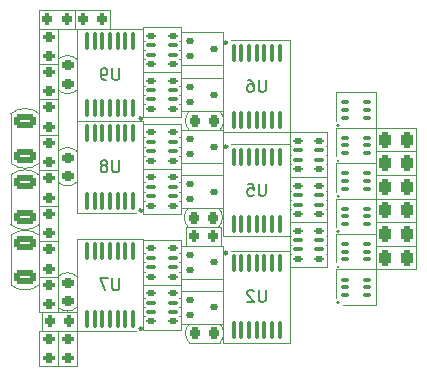
<source format=gbo>
G04 #@! TF.GenerationSoftware,KiCad,Pcbnew,7.0.9-69-ge1c0bddff3*
G04 #@! TF.CreationDate,2024-02-19T10:17:23+01:00*
G04 #@! TF.ProjectId,ASP_Display,4153505f-4469-4737-906c-61792e6b6963,rev?*
G04 #@! TF.SameCoordinates,Original*
G04 #@! TF.FileFunction,Legend,Bot*
G04 #@! TF.FilePolarity,Positive*
%FSLAX46Y46*%
G04 Gerber Fmt 4.6, Leading zero omitted, Abs format (unit mm)*
G04 Created by KiCad (PCBNEW 7.0.9-69-ge1c0bddff3) date 2024-02-19 10:17:23*
%MOMM*%
%LPD*%
G01*
G04 APERTURE LIST*
G04 Aperture macros list*
%AMRoundRect*
0 Rectangle with rounded corners*
0 $1 Rounding radius*
0 $2 $3 $4 $5 $6 $7 $8 $9 X,Y pos of 4 corners*
0 Add a 4 corners polygon primitive as box body*
4,1,4,$2,$3,$4,$5,$6,$7,$8,$9,$2,$3,0*
0 Add four circle primitives for the rounded corners*
1,1,$1+$1,$2,$3*
1,1,$1+$1,$4,$5*
1,1,$1+$1,$6,$7*
1,1,$1+$1,$8,$9*
0 Add four rect primitives between the rounded corners*
20,1,$1+$1,$2,$3,$4,$5,0*
20,1,$1+$1,$4,$5,$6,$7,0*
20,1,$1+$1,$6,$7,$8,$9,0*
20,1,$1+$1,$8,$9,$2,$3,0*%
G04 Aperture macros list end*
%ADD10C,0.150000*%
%ADD11C,0.120000*%
%ADD12C,0.200000*%
%ADD13C,0.300000*%
%ADD14C,5.600000*%
%ADD15R,1.400000X1.400000*%
%ADD16C,1.400000*%
%ADD17R,1.700000X1.700000*%
%ADD18O,1.700000X1.700000*%
%ADD19RoundRect,0.200000X-0.275000X0.200000X-0.275000X-0.200000X0.275000X-0.200000X0.275000X0.200000X0*%
%ADD20RoundRect,0.250000X0.262500X0.450000X-0.262500X0.450000X-0.262500X-0.450000X0.262500X-0.450000X0*%
%ADD21RoundRect,0.225000X0.225000X0.250000X-0.225000X0.250000X-0.225000X-0.250000X0.225000X-0.250000X0*%
%ADD22RoundRect,0.100000X-0.225000X-0.100000X0.225000X-0.100000X0.225000X0.100000X-0.225000X0.100000X0*%
%ADD23RoundRect,0.200000X0.200000X0.275000X-0.200000X0.275000X-0.200000X-0.275000X0.200000X-0.275000X0*%
%ADD24RoundRect,0.100000X0.100000X-0.637500X0.100000X0.637500X-0.100000X0.637500X-0.100000X-0.637500X0*%
%ADD25RoundRect,0.125000X-0.275000X-0.125000X0.275000X-0.125000X0.275000X0.125000X-0.275000X0.125000X0*%
%ADD26RoundRect,0.100000X-0.300000X-0.100000X0.300000X-0.100000X0.300000X0.100000X-0.300000X0.100000X0*%
%ADD27RoundRect,0.100000X-0.100000X0.637500X-0.100000X-0.637500X0.100000X-0.637500X0.100000X0.637500X0*%
%ADD28RoundRect,0.250000X-0.650000X0.325000X-0.650000X-0.325000X0.650000X-0.325000X0.650000X0.325000X0*%
%ADD29RoundRect,0.112500X0.237500X-0.112500X0.237500X0.112500X-0.237500X0.112500X-0.237500X-0.112500X0*%
%ADD30RoundRect,0.225000X-0.250000X0.225000X-0.250000X-0.225000X0.250000X-0.225000X0.250000X0.225000X0*%
%ADD31RoundRect,0.200000X-0.200000X-0.275000X0.200000X-0.275000X0.200000X0.275000X-0.200000X0.275000X0*%
%ADD32RoundRect,0.250000X0.650000X-0.325000X0.650000X0.325000X-0.650000X0.325000X-0.650000X-0.325000X0*%
%ADD33RoundRect,0.225000X0.250000X-0.225000X0.250000X0.225000X-0.250000X0.225000X-0.250000X-0.225000X0*%
G04 APERTURE END LIST*
D10*
X234761904Y-108754819D02*
X234761904Y-109564342D01*
X234761904Y-109564342D02*
X234714285Y-109659580D01*
X234714285Y-109659580D02*
X234666666Y-109707200D01*
X234666666Y-109707200D02*
X234571428Y-109754819D01*
X234571428Y-109754819D02*
X234380952Y-109754819D01*
X234380952Y-109754819D02*
X234285714Y-109707200D01*
X234285714Y-109707200D02*
X234238095Y-109659580D01*
X234238095Y-109659580D02*
X234190476Y-109564342D01*
X234190476Y-109564342D02*
X234190476Y-108754819D01*
X233809523Y-108754819D02*
X233142857Y-108754819D01*
X233142857Y-108754819D02*
X233571428Y-109754819D01*
X247161904Y-100754819D02*
X247161904Y-101564342D01*
X247161904Y-101564342D02*
X247114285Y-101659580D01*
X247114285Y-101659580D02*
X247066666Y-101707200D01*
X247066666Y-101707200D02*
X246971428Y-101754819D01*
X246971428Y-101754819D02*
X246780952Y-101754819D01*
X246780952Y-101754819D02*
X246685714Y-101707200D01*
X246685714Y-101707200D02*
X246638095Y-101659580D01*
X246638095Y-101659580D02*
X246590476Y-101564342D01*
X246590476Y-101564342D02*
X246590476Y-100754819D01*
X245638095Y-100754819D02*
X246114285Y-100754819D01*
X246114285Y-100754819D02*
X246161904Y-101231009D01*
X246161904Y-101231009D02*
X246114285Y-101183390D01*
X246114285Y-101183390D02*
X246019047Y-101135771D01*
X246019047Y-101135771D02*
X245780952Y-101135771D01*
X245780952Y-101135771D02*
X245685714Y-101183390D01*
X245685714Y-101183390D02*
X245638095Y-101231009D01*
X245638095Y-101231009D02*
X245590476Y-101326247D01*
X245590476Y-101326247D02*
X245590476Y-101564342D01*
X245590476Y-101564342D02*
X245638095Y-101659580D01*
X245638095Y-101659580D02*
X245685714Y-101707200D01*
X245685714Y-101707200D02*
X245780952Y-101754819D01*
X245780952Y-101754819D02*
X246019047Y-101754819D01*
X246019047Y-101754819D02*
X246114285Y-101707200D01*
X246114285Y-101707200D02*
X246161904Y-101659580D01*
X234761904Y-98754819D02*
X234761904Y-99564342D01*
X234761904Y-99564342D02*
X234714285Y-99659580D01*
X234714285Y-99659580D02*
X234666666Y-99707200D01*
X234666666Y-99707200D02*
X234571428Y-99754819D01*
X234571428Y-99754819D02*
X234380952Y-99754819D01*
X234380952Y-99754819D02*
X234285714Y-99707200D01*
X234285714Y-99707200D02*
X234238095Y-99659580D01*
X234238095Y-99659580D02*
X234190476Y-99564342D01*
X234190476Y-99564342D02*
X234190476Y-98754819D01*
X233571428Y-99183390D02*
X233666666Y-99135771D01*
X233666666Y-99135771D02*
X233714285Y-99088152D01*
X233714285Y-99088152D02*
X233761904Y-98992914D01*
X233761904Y-98992914D02*
X233761904Y-98945295D01*
X233761904Y-98945295D02*
X233714285Y-98850057D01*
X233714285Y-98850057D02*
X233666666Y-98802438D01*
X233666666Y-98802438D02*
X233571428Y-98754819D01*
X233571428Y-98754819D02*
X233380952Y-98754819D01*
X233380952Y-98754819D02*
X233285714Y-98802438D01*
X233285714Y-98802438D02*
X233238095Y-98850057D01*
X233238095Y-98850057D02*
X233190476Y-98945295D01*
X233190476Y-98945295D02*
X233190476Y-98992914D01*
X233190476Y-98992914D02*
X233238095Y-99088152D01*
X233238095Y-99088152D02*
X233285714Y-99135771D01*
X233285714Y-99135771D02*
X233380952Y-99183390D01*
X233380952Y-99183390D02*
X233571428Y-99183390D01*
X233571428Y-99183390D02*
X233666666Y-99231009D01*
X233666666Y-99231009D02*
X233714285Y-99278628D01*
X233714285Y-99278628D02*
X233761904Y-99373866D01*
X233761904Y-99373866D02*
X233761904Y-99564342D01*
X233761904Y-99564342D02*
X233714285Y-99659580D01*
X233714285Y-99659580D02*
X233666666Y-99707200D01*
X233666666Y-99707200D02*
X233571428Y-99754819D01*
X233571428Y-99754819D02*
X233380952Y-99754819D01*
X233380952Y-99754819D02*
X233285714Y-99707200D01*
X233285714Y-99707200D02*
X233238095Y-99659580D01*
X233238095Y-99659580D02*
X233190476Y-99564342D01*
X233190476Y-99564342D02*
X233190476Y-99373866D01*
X233190476Y-99373866D02*
X233238095Y-99278628D01*
X233238095Y-99278628D02*
X233285714Y-99231009D01*
X233285714Y-99231009D02*
X233380952Y-99183390D01*
X247161904Y-91954819D02*
X247161904Y-92764342D01*
X247161904Y-92764342D02*
X247114285Y-92859580D01*
X247114285Y-92859580D02*
X247066666Y-92907200D01*
X247066666Y-92907200D02*
X246971428Y-92954819D01*
X246971428Y-92954819D02*
X246780952Y-92954819D01*
X246780952Y-92954819D02*
X246685714Y-92907200D01*
X246685714Y-92907200D02*
X246638095Y-92859580D01*
X246638095Y-92859580D02*
X246590476Y-92764342D01*
X246590476Y-92764342D02*
X246590476Y-91954819D01*
X245685714Y-91954819D02*
X245876190Y-91954819D01*
X245876190Y-91954819D02*
X245971428Y-92002438D01*
X245971428Y-92002438D02*
X246019047Y-92050057D01*
X246019047Y-92050057D02*
X246114285Y-92192914D01*
X246114285Y-92192914D02*
X246161904Y-92383390D01*
X246161904Y-92383390D02*
X246161904Y-92764342D01*
X246161904Y-92764342D02*
X246114285Y-92859580D01*
X246114285Y-92859580D02*
X246066666Y-92907200D01*
X246066666Y-92907200D02*
X245971428Y-92954819D01*
X245971428Y-92954819D02*
X245780952Y-92954819D01*
X245780952Y-92954819D02*
X245685714Y-92907200D01*
X245685714Y-92907200D02*
X245638095Y-92859580D01*
X245638095Y-92859580D02*
X245590476Y-92764342D01*
X245590476Y-92764342D02*
X245590476Y-92526247D01*
X245590476Y-92526247D02*
X245638095Y-92431009D01*
X245638095Y-92431009D02*
X245685714Y-92383390D01*
X245685714Y-92383390D02*
X245780952Y-92335771D01*
X245780952Y-92335771D02*
X245971428Y-92335771D01*
X245971428Y-92335771D02*
X246066666Y-92383390D01*
X246066666Y-92383390D02*
X246114285Y-92431009D01*
X246114285Y-92431009D02*
X246161904Y-92526247D01*
X247161904Y-109754819D02*
X247161904Y-110564342D01*
X247161904Y-110564342D02*
X247114285Y-110659580D01*
X247114285Y-110659580D02*
X247066666Y-110707200D01*
X247066666Y-110707200D02*
X246971428Y-110754819D01*
X246971428Y-110754819D02*
X246780952Y-110754819D01*
X246780952Y-110754819D02*
X246685714Y-110707200D01*
X246685714Y-110707200D02*
X246638095Y-110659580D01*
X246638095Y-110659580D02*
X246590476Y-110564342D01*
X246590476Y-110564342D02*
X246590476Y-109754819D01*
X246161904Y-109850057D02*
X246114285Y-109802438D01*
X246114285Y-109802438D02*
X246019047Y-109754819D01*
X246019047Y-109754819D02*
X245780952Y-109754819D01*
X245780952Y-109754819D02*
X245685714Y-109802438D01*
X245685714Y-109802438D02*
X245638095Y-109850057D01*
X245638095Y-109850057D02*
X245590476Y-109945295D01*
X245590476Y-109945295D02*
X245590476Y-110040533D01*
X245590476Y-110040533D02*
X245638095Y-110183390D01*
X245638095Y-110183390D02*
X246209523Y-110754819D01*
X246209523Y-110754819D02*
X245590476Y-110754819D01*
X234761904Y-90954819D02*
X234761904Y-91764342D01*
X234761904Y-91764342D02*
X234714285Y-91859580D01*
X234714285Y-91859580D02*
X234666666Y-91907200D01*
X234666666Y-91907200D02*
X234571428Y-91954819D01*
X234571428Y-91954819D02*
X234380952Y-91954819D01*
X234380952Y-91954819D02*
X234285714Y-91907200D01*
X234285714Y-91907200D02*
X234238095Y-91859580D01*
X234238095Y-91859580D02*
X234190476Y-91764342D01*
X234190476Y-91764342D02*
X234190476Y-90954819D01*
X233666666Y-91954819D02*
X233476190Y-91954819D01*
X233476190Y-91954819D02*
X233380952Y-91907200D01*
X233380952Y-91907200D02*
X233333333Y-91859580D01*
X233333333Y-91859580D02*
X233238095Y-91716723D01*
X233238095Y-91716723D02*
X233190476Y-91526247D01*
X233190476Y-91526247D02*
X233190476Y-91145295D01*
X233190476Y-91145295D02*
X233238095Y-91050057D01*
X233238095Y-91050057D02*
X233285714Y-91002438D01*
X233285714Y-91002438D02*
X233380952Y-90954819D01*
X233380952Y-90954819D02*
X233571428Y-90954819D01*
X233571428Y-90954819D02*
X233666666Y-91002438D01*
X233666666Y-91002438D02*
X233714285Y-91050057D01*
X233714285Y-91050057D02*
X233761904Y-91145295D01*
X233761904Y-91145295D02*
X233761904Y-91383390D01*
X233761904Y-91383390D02*
X233714285Y-91478628D01*
X233714285Y-91478628D02*
X233666666Y-91526247D01*
X233666666Y-91526247D02*
X233571428Y-91573866D01*
X233571428Y-91573866D02*
X233380952Y-91573866D01*
X233380952Y-91573866D02*
X233285714Y-91526247D01*
X233285714Y-91526247D02*
X233238095Y-91478628D01*
X233238095Y-91478628D02*
X233190476Y-91383390D01*
D11*
G04 #@! TO.C,R21*
X229600000Y-105600000D02*
X228000000Y-105600000D01*
X228000000Y-102600000D02*
X229600000Y-102600000D01*
X228000000Y-105600000D02*
X228000000Y-102600000D01*
X229600000Y-102600000D02*
X229600000Y-105600000D01*
G04 #@! TO.C,R11*
X256500000Y-106000000D02*
X256500000Y-104000000D01*
X256500000Y-104000000D02*
X259900000Y-104000000D01*
X259900000Y-104000000D02*
X259900000Y-106000000D01*
X259900000Y-106000000D02*
X256500000Y-106000000D01*
G04 #@! TO.C,C3*
X243300000Y-114200002D02*
X240700000Y-114200000D01*
X240700000Y-112599998D02*
X243300000Y-112600000D01*
X240700001Y-112599999D02*
G75*
G03*
X240700001Y-114199999I840223J-800000D01*
G01*
X243299999Y-114200001D02*
G75*
G03*
X243299999Y-112600001I-840223J800000D01*
G01*
G04 #@! TO.C,Q7*
X253100000Y-104400000D02*
X253100000Y-102000000D01*
X256500000Y-105000000D02*
X253700000Y-105000000D01*
X253100000Y-102000000D02*
X256500000Y-102000000D01*
X256500000Y-102000000D02*
X256500000Y-105000000D01*
D12*
X253363500Y-104800000D02*
G75*
G03*
X253363500Y-104800000I-63500J0D01*
G01*
D11*
G04 #@! TO.C,R12*
X243400000Y-104400000D02*
X243400000Y-106000000D01*
X240400000Y-106000000D02*
X240400000Y-104400000D01*
X240400000Y-104400000D02*
X243400000Y-104400000D01*
X243400000Y-106000000D02*
X240400000Y-106000000D01*
G04 #@! TO.C,R16*
X229600000Y-116200000D02*
X228000000Y-116200000D01*
X228000000Y-116200000D02*
X228000000Y-113200000D01*
X229600000Y-113200000D02*
X229600000Y-116200000D01*
X228000000Y-113200000D02*
X229600000Y-113200000D01*
G04 #@! TO.C,C8*
X243200000Y-104400002D02*
X240600000Y-104400000D01*
X240600000Y-102799998D02*
X243200000Y-102800000D01*
X243199999Y-104400001D02*
G75*
G03*
X243199999Y-102800001I-840223J800000D01*
G01*
X240600001Y-102799999D02*
G75*
G03*
X240600001Y-104399999I840223J-800000D01*
G01*
G04 #@! TO.C,Q13*
X256500000Y-96000000D02*
X253700000Y-96000000D01*
X253100000Y-95400000D02*
X253100000Y-93000000D01*
X253100000Y-93000000D02*
X256500000Y-93000000D01*
X256500000Y-93000000D02*
X256500000Y-96000000D01*
D12*
X253363500Y-95800000D02*
G75*
G03*
X253363500Y-95800000I-63500J0D01*
G01*
D11*
G04 #@! TO.C,U7*
X236800000Y-105400000D02*
X236800000Y-112600000D01*
X236200000Y-113200000D02*
X231200000Y-113200000D01*
X231200000Y-113200000D02*
X231200000Y-105400000D01*
X231200000Y-105400000D02*
X236800000Y-105400000D01*
D13*
X236663500Y-113000000D02*
G75*
G03*
X236663500Y-113000000I-63500J0D01*
G01*
D11*
G04 #@! TO.C,RN8*
X240000000Y-89400000D02*
X239873000Y-89400000D01*
X240000000Y-91300000D02*
X240000000Y-87500000D01*
X239873000Y-90174700D02*
X239987300Y-90174700D01*
X236927000Y-88625300D02*
X236812700Y-88625300D01*
X240000000Y-87500000D02*
X236800000Y-87500000D01*
X236927000Y-90174700D02*
X236812700Y-90174700D01*
X236800000Y-87500000D02*
X236800000Y-91300000D01*
X236800000Y-91300000D02*
X240000000Y-91300000D01*
X236800000Y-89400000D02*
X236927000Y-89400000D01*
X239873000Y-88625300D02*
X239987300Y-88625300D01*
G04 #@! TO.C,U5*
X249200000Y-97400000D02*
X249200000Y-105200000D01*
X244200000Y-97400000D02*
X249200000Y-97400000D01*
X243600000Y-105200000D02*
X243600000Y-98000000D01*
X249200000Y-105200000D02*
X243600000Y-105200000D01*
D13*
X243863500Y-97600000D02*
G75*
G03*
X243863500Y-97600000I-63500J0D01*
G01*
D11*
G04 #@! TO.C,C6*
X228000000Y-105100000D02*
X228000000Y-109300000D01*
X225600000Y-109300000D02*
X225600000Y-105100000D01*
X225600000Y-109300000D02*
G75*
G03*
X228000000Y-109300000I1200000J1408120D01*
G01*
X228000000Y-105100000D02*
G75*
G03*
X225600000Y-105100000I-1200000J-1474352D01*
G01*
G04 #@! TO.C,RN7*
X240000000Y-99500000D02*
X236800000Y-99500000D01*
X236927000Y-102174700D02*
X236812700Y-102174700D01*
X239873000Y-100625300D02*
X239987300Y-100625300D01*
X240000000Y-101400000D02*
X239873000Y-101400000D01*
X240000000Y-103300000D02*
X240000000Y-99500000D01*
X236800000Y-99500000D02*
X236800000Y-103300000D01*
X236927000Y-100625300D02*
X236812700Y-100625300D01*
X236800000Y-101400000D02*
X236927000Y-101400000D01*
X236800000Y-103300000D02*
X240000000Y-103300000D01*
X239873000Y-102174700D02*
X239987300Y-102174700D01*
G04 #@! TO.C,R19*
X228000000Y-108600000D02*
X229600000Y-108600000D01*
X229600000Y-111600000D02*
X228000000Y-111600000D01*
X229600000Y-108600000D02*
X229600000Y-111600000D01*
X228000000Y-111600000D02*
X228000000Y-108600000D01*
G04 #@! TO.C,R33*
X256500000Y-96000000D02*
X259900000Y-96000000D01*
X256500000Y-98000000D02*
X256500000Y-96000000D01*
X259900000Y-96000000D02*
X259900000Y-98000000D01*
X259900000Y-98000000D02*
X256500000Y-98000000D01*
G04 #@! TO.C,U8*
X231200000Y-103200000D02*
X231200000Y-95400000D01*
X231200000Y-95400000D02*
X236800000Y-95400000D01*
X236800000Y-95400000D02*
X236800000Y-102600000D01*
X236200000Y-103200000D02*
X231200000Y-103200000D01*
D13*
X236663500Y-103000000D02*
G75*
G03*
X236663500Y-103000000I-63500J0D01*
G01*
D11*
G04 #@! TO.C,D9*
X240000000Y-96200000D02*
X243600000Y-96200000D01*
X243600000Y-96200000D02*
X243600000Y-99000000D01*
X243600000Y-99000000D02*
X240000000Y-99000000D01*
X240000000Y-99000000D02*
X240000000Y-96200000D01*
G04 #@! TO.C,RN6*
X236800000Y-95700000D02*
X236800000Y-99500000D01*
X239873000Y-96825300D02*
X239987300Y-96825300D01*
X236800000Y-99500000D02*
X240000000Y-99500000D01*
X236800000Y-97600000D02*
X236927000Y-97600000D01*
X236927000Y-96825300D02*
X236812700Y-96825300D01*
X240000000Y-95700000D02*
X236800000Y-95700000D01*
X240000000Y-99500000D02*
X240000000Y-95700000D01*
X236927000Y-98374700D02*
X236812700Y-98374700D01*
X240000000Y-97600000D02*
X239873000Y-97600000D01*
X239873000Y-98374700D02*
X239987300Y-98374700D01*
G04 #@! TO.C,C18*
X229599998Y-111200000D02*
X229600000Y-108600000D01*
X231200002Y-108600000D02*
X231200000Y-111200000D01*
X231200001Y-108600001D02*
G75*
G03*
X229600001Y-108600001I-800000J-840223D01*
G01*
X229599999Y-111199999D02*
G75*
G03*
X231199999Y-111199999I800000J840223D01*
G01*
G04 #@! TO.C,Q5*
X256500000Y-108000000D02*
X253700000Y-108000000D01*
X256500000Y-105000000D02*
X256500000Y-108000000D01*
X253100000Y-107400000D02*
X253100000Y-105000000D01*
X253100000Y-105000000D02*
X256500000Y-105000000D01*
D12*
X253363500Y-107800000D02*
G75*
G03*
X253363500Y-107800000I-63500J0D01*
G01*
D11*
G04 #@! TO.C,U6*
X244200000Y-88600000D02*
X249200000Y-88600000D01*
X249200000Y-88600000D02*
X249200000Y-96400000D01*
X243600000Y-96400000D02*
X243600000Y-89200000D01*
X249200000Y-96400000D02*
X243600000Y-96400000D01*
D13*
X243863500Y-88800000D02*
G75*
G03*
X243863500Y-88800000I-63500J0D01*
G01*
D11*
G04 #@! TO.C,R17*
X231200000Y-116200000D02*
X229600000Y-116200000D01*
X229600000Y-113200000D02*
X231200000Y-113200000D01*
X229600000Y-116200000D02*
X229600000Y-113200000D01*
X231200000Y-113200000D02*
X231200000Y-116200000D01*
G04 #@! TO.C,RN4*
X236800000Y-107400000D02*
X236927000Y-107400000D01*
X236927000Y-108174700D02*
X236812700Y-108174700D01*
X236800000Y-109300000D02*
X240000000Y-109300000D01*
X236800000Y-105500000D02*
X236800000Y-109300000D01*
X240000000Y-109300000D02*
X240000000Y-105500000D01*
X236927000Y-106625300D02*
X236812700Y-106625300D01*
X239873000Y-106625300D02*
X239987300Y-106625300D01*
X240000000Y-107400000D02*
X239873000Y-107400000D01*
X239873000Y-108174700D02*
X239987300Y-108174700D01*
X240000000Y-105500000D02*
X236800000Y-105500000D01*
G04 #@! TO.C,RN2*
X252400000Y-104000000D02*
X252400000Y-100200000D01*
X252400000Y-100200000D02*
X249200000Y-100200000D01*
X249200000Y-102100000D02*
X249327000Y-102100000D01*
X252400000Y-102100000D02*
X252273000Y-102100000D01*
X252273000Y-102874700D02*
X252387300Y-102874700D01*
X249327000Y-101325300D02*
X249212700Y-101325300D01*
X249200000Y-100200000D02*
X249200000Y-104000000D01*
X252273000Y-101325300D02*
X252387300Y-101325300D01*
X249327000Y-102874700D02*
X249212700Y-102874700D01*
X249200000Y-104000000D02*
X252400000Y-104000000D01*
G04 #@! TO.C,C1*
X228000000Y-94800000D02*
X228000000Y-99000000D01*
X225600000Y-99000000D02*
X225600000Y-94800000D01*
X228000000Y-94800000D02*
G75*
G03*
X225600000Y-94800000I-1200000J-1474352D01*
G01*
X225600000Y-99000000D02*
G75*
G03*
X228000000Y-99000000I1200000J1408120D01*
G01*
G04 #@! TO.C,D10*
X243600000Y-102800000D02*
X240000000Y-102800000D01*
X243600000Y-100000000D02*
X243600000Y-102800000D01*
X240000000Y-100000000D02*
X243600000Y-100000000D01*
X240000000Y-102800000D02*
X240000000Y-100000000D01*
G04 #@! TO.C,U2*
X243600000Y-114200000D02*
X243600000Y-107000000D01*
X244200000Y-106400000D02*
X249200000Y-106400000D01*
X249200000Y-106400000D02*
X249200000Y-114200000D01*
X249200000Y-114200000D02*
X243600000Y-114200000D01*
D13*
X243863500Y-106600000D02*
G75*
G03*
X243863500Y-106600000I-63500J0D01*
G01*
D11*
G04 #@! TO.C,U9*
X231200000Y-87600000D02*
X236800000Y-87600000D01*
X236200000Y-95400000D02*
X231200000Y-95400000D01*
X231200000Y-95400000D02*
X231200000Y-87600000D01*
X236800000Y-87600000D02*
X236800000Y-94800000D01*
D13*
X236663500Y-95200000D02*
G75*
G03*
X236663500Y-95200000I-63500J0D01*
G01*
D11*
G04 #@! TO.C,R26*
X228000000Y-90600000D02*
X228000000Y-87600000D01*
X229600000Y-90600000D02*
X228000000Y-90600000D01*
X229600000Y-87600000D02*
X229600000Y-90600000D01*
X228000000Y-87600000D02*
X229600000Y-87600000D01*
G04 #@! TO.C,Q11*
X253100000Y-98400000D02*
X253100000Y-96000000D01*
X253100000Y-96000000D02*
X256500000Y-96000000D01*
X256500000Y-96000000D02*
X256500000Y-99000000D01*
X256500000Y-99000000D02*
X253700000Y-99000000D01*
D12*
X253363500Y-98800000D02*
G75*
G03*
X253363500Y-98800000I-63500J0D01*
G01*
D11*
G04 #@! TO.C,R18*
X231200000Y-113200000D02*
X228200000Y-113200000D01*
X228200000Y-113200000D02*
X228200000Y-111600000D01*
X228200000Y-111600000D02*
X231200000Y-111600000D01*
X231200000Y-111600000D02*
X231200000Y-113200000D01*
G04 #@! TO.C,RN9*
X236927000Y-92425300D02*
X236812700Y-92425300D01*
X236927000Y-93974700D02*
X236812700Y-93974700D01*
X236800000Y-91300000D02*
X236800000Y-95100000D01*
X240000000Y-95100000D02*
X240000000Y-91300000D01*
X239873000Y-92425300D02*
X239987300Y-92425300D01*
X239873000Y-93974700D02*
X239987300Y-93974700D01*
X240000000Y-91300000D02*
X236800000Y-91300000D01*
X240000000Y-93200000D02*
X239873000Y-93200000D01*
X236800000Y-95100000D02*
X240000000Y-95100000D01*
X236800000Y-93200000D02*
X236927000Y-93200000D01*
G04 #@! TO.C,R28*
X231000000Y-86000000D02*
X234000000Y-86000000D01*
X234000000Y-86000000D02*
X234000000Y-87600000D01*
X234000000Y-87600000D02*
X231000000Y-87600000D01*
X231000000Y-87600000D02*
X231000000Y-86000000D01*
G04 #@! TO.C,C17*
X229599998Y-100600000D02*
X229600000Y-98000000D01*
X231200002Y-98000000D02*
X231200000Y-100600000D01*
X231200001Y-98000001D02*
G75*
G03*
X229600001Y-98000001I-800000J-840223D01*
G01*
X229599999Y-100599999D02*
G75*
G03*
X231199999Y-100599999I800000J840223D01*
G01*
G04 #@! TO.C,R27*
X228000000Y-87600000D02*
X228000000Y-86000000D01*
X228000000Y-86000000D02*
X231000000Y-86000000D01*
X231000000Y-87600000D02*
X228000000Y-87600000D01*
X231000000Y-86000000D02*
X231000000Y-87600000D01*
G04 #@! TO.C,R23*
X229600000Y-96575000D02*
X229600000Y-99575000D01*
X228000000Y-99575000D02*
X228000000Y-96575000D01*
X229600000Y-99575000D02*
X228000000Y-99575000D01*
X228000000Y-96575000D02*
X229600000Y-96575000D01*
G04 #@! TO.C,RN3*
X249200000Y-96400000D02*
X249200000Y-100200000D01*
X249327000Y-97525300D02*
X249212700Y-97525300D01*
X252273000Y-97525300D02*
X252387300Y-97525300D01*
X252400000Y-98300000D02*
X252273000Y-98300000D01*
X249327000Y-99074700D02*
X249212700Y-99074700D01*
X252400000Y-96400000D02*
X249200000Y-96400000D01*
X249200000Y-98300000D02*
X249327000Y-98300000D01*
X252400000Y-100200000D02*
X252400000Y-96400000D01*
X249200000Y-100200000D02*
X252400000Y-100200000D01*
X252273000Y-99074700D02*
X252387300Y-99074700D01*
G04 #@! TO.C,D12*
X240000000Y-94600000D02*
X240000000Y-91800000D01*
X243600000Y-94600000D02*
X240000000Y-94600000D01*
X240000000Y-91800000D02*
X243600000Y-91800000D01*
X243600000Y-91800000D02*
X243600000Y-94600000D01*
G04 #@! TO.C,RN1*
X252400000Y-105900000D02*
X252273000Y-105900000D01*
X249200000Y-104000000D02*
X249200000Y-107800000D01*
X249327000Y-106674700D02*
X249212700Y-106674700D01*
X252273000Y-105125300D02*
X252387300Y-105125300D01*
X249327000Y-105125300D02*
X249212700Y-105125300D01*
X249200000Y-105900000D02*
X249327000Y-105900000D01*
X249200000Y-107800000D02*
X252400000Y-107800000D01*
X252400000Y-107800000D02*
X252400000Y-104000000D01*
X252400000Y-104000000D02*
X249200000Y-104000000D01*
X252273000Y-106674700D02*
X252387300Y-106674700D01*
G04 #@! TO.C,D8*
X243600000Y-109800000D02*
X243600000Y-112600000D01*
X240000000Y-109800000D02*
X243600000Y-109800000D01*
X240000000Y-112600000D02*
X240000000Y-109800000D01*
X243600000Y-112600000D02*
X240000000Y-112600000D01*
G04 #@! TO.C,C9*
X228000000Y-100000000D02*
X228000000Y-104200000D01*
X225600000Y-104200000D02*
X225600000Y-100000000D01*
X228000000Y-100000000D02*
G75*
G03*
X225600000Y-100000000I-1200000J-1408120D01*
G01*
X225600000Y-104200000D02*
G75*
G03*
X228000000Y-104200000I1200000J1474352D01*
G01*
G04 #@! TO.C,R24*
X228000000Y-96600000D02*
X228000000Y-93600000D01*
X229600000Y-96600000D02*
X228000000Y-96600000D01*
X228000000Y-93600000D02*
X229600000Y-93600000D01*
X229600000Y-93600000D02*
X229600000Y-96600000D01*
G04 #@! TO.C,D11*
X240000000Y-87900000D02*
X243600000Y-87900000D01*
X243600000Y-90700000D02*
X240000000Y-90700000D01*
X240000000Y-90700000D02*
X240000000Y-87900000D01*
X243600000Y-87900000D02*
X243600000Y-90700000D01*
G04 #@! TO.C,R20*
X229600000Y-108600000D02*
X228000000Y-108600000D01*
X228000000Y-108600000D02*
X228000000Y-105600000D01*
X228000000Y-105600000D02*
X229600000Y-105600000D01*
X229600000Y-105600000D02*
X229600000Y-108600000D01*
G04 #@! TO.C,R31*
X256500000Y-100000000D02*
X256500000Y-98000000D01*
X256500000Y-98000000D02*
X259900000Y-98000000D01*
X259900000Y-100000000D02*
X256500000Y-100000000D01*
X259900000Y-98000000D02*
X259900000Y-100000000D01*
G04 #@! TO.C,R22*
X228000000Y-102600000D02*
X228000000Y-99600000D01*
X228000000Y-99600000D02*
X229600000Y-99600000D01*
X229600000Y-102600000D02*
X228000000Y-102600000D01*
X229600000Y-99600000D02*
X229600000Y-102600000D01*
G04 #@! TO.C,C16*
X231200002Y-90200000D02*
X231200000Y-92800000D01*
X229599998Y-92800000D02*
X229600000Y-90200000D01*
X231200001Y-90200001D02*
G75*
G03*
X229600001Y-90200001I-800000J-840223D01*
G01*
X229599999Y-92799999D02*
G75*
G03*
X231199999Y-92799999I800000J840223D01*
G01*
G04 #@! TO.C,R14*
X259900000Y-104000000D02*
X256500000Y-104000000D01*
X256500000Y-102000000D02*
X259900000Y-102000000D01*
X256500000Y-104000000D02*
X256500000Y-102000000D01*
X259900000Y-102000000D02*
X259900000Y-104000000D01*
G04 #@! TO.C,R29*
X256500000Y-100000000D02*
X259900000Y-100000000D01*
X256500000Y-102000000D02*
X256500000Y-100000000D01*
X259900000Y-100000000D02*
X259900000Y-102000000D01*
X259900000Y-102000000D02*
X256500000Y-102000000D01*
G04 #@! TO.C,D7*
X240000000Y-108800000D02*
X240000000Y-106000000D01*
X240000000Y-106000000D02*
X243600000Y-106000000D01*
X243600000Y-108800000D02*
X240000000Y-108800000D01*
X243600000Y-106000000D02*
X243600000Y-108800000D01*
G04 #@! TO.C,Q9*
X256500000Y-102000000D02*
X253700000Y-102000000D01*
X256500000Y-99000000D02*
X256500000Y-102000000D01*
X253100000Y-101400000D02*
X253100000Y-99000000D01*
X253100000Y-99000000D02*
X256500000Y-99000000D01*
D12*
X253363500Y-101800000D02*
G75*
G03*
X253363500Y-101800000I-63500J0D01*
G01*
D11*
G04 #@! TO.C,R9*
X256500000Y-106000000D02*
X259900000Y-106000000D01*
X256500000Y-108000000D02*
X256500000Y-106000000D01*
X259900000Y-106000000D02*
X259900000Y-108000000D01*
X259900000Y-108000000D02*
X256500000Y-108000000D01*
G04 #@! TO.C,RN5*
X236800000Y-113100000D02*
X240000000Y-113100000D01*
X236927000Y-111974700D02*
X236812700Y-111974700D01*
X240000000Y-111200000D02*
X239873000Y-111200000D01*
X236800000Y-109300000D02*
X236800000Y-113100000D01*
X239873000Y-111974700D02*
X239987300Y-111974700D01*
X236800000Y-111200000D02*
X236927000Y-111200000D01*
X240000000Y-113100000D02*
X240000000Y-109300000D01*
X236927000Y-110425300D02*
X236812700Y-110425300D01*
X240000000Y-109300000D02*
X236800000Y-109300000D01*
X239873000Y-110425300D02*
X239987300Y-110425300D01*
G04 #@! TO.C,R25*
X228000000Y-93600000D02*
X228000000Y-90600000D01*
X229600000Y-90600000D02*
X229600000Y-93600000D01*
X229600000Y-93600000D02*
X228000000Y-93600000D01*
X228000000Y-90600000D02*
X229600000Y-90600000D01*
G04 #@! TO.C,C10*
X240700000Y-94599998D02*
X243300000Y-94600000D01*
X243300000Y-96200002D02*
X240700000Y-96200000D01*
X243299999Y-96200001D02*
G75*
G03*
X243299999Y-94600001I-840223J800000D01*
G01*
X240700001Y-94599999D02*
G75*
G03*
X240700001Y-96199999I840223J-800000D01*
G01*
G04 #@! TO.C,Q3*
X256500000Y-108000000D02*
X256500000Y-111000000D01*
X256500000Y-111000000D02*
X253700000Y-111000000D01*
X253100000Y-108000000D02*
X256500000Y-108000000D01*
X253100000Y-110400000D02*
X253100000Y-108000000D01*
D12*
X253363500Y-110800000D02*
G75*
G03*
X253363500Y-110800000I-63500J0D01*
G01*
G04 #@! TD*
%LPC*%
D14*
G04 #@! TO.C,REF\u002A\u002A*
X224500000Y-114500000D03*
G04 #@! TD*
G04 #@! TO.C,REF\u002A\u002A*
X255000000Y-114500000D03*
G04 #@! TD*
G04 #@! TO.C,REF\u002A\u002A*
X255000000Y-89500000D03*
G04 #@! TD*
G04 #@! TO.C,REF\u002A\u002A*
X224500000Y-89500000D03*
G04 #@! TD*
D15*
G04 #@! TO.C,D16*
X261500000Y-98500000D03*
D16*
X264040000Y-98500000D03*
G04 #@! TD*
D15*
G04 #@! TO.C,D14*
X261500000Y-103500000D03*
D16*
X264040000Y-103500000D03*
G04 #@! TD*
D15*
G04 #@! TO.C,D3*
X261500000Y-116000000D03*
D16*
X264040000Y-116000000D03*
G04 #@! TD*
D15*
G04 #@! TO.C,D25*
X261500000Y-91000000D03*
D16*
X264040000Y-91000000D03*
G04 #@! TD*
D15*
G04 #@! TO.C,D4*
X261500000Y-113500000D03*
D16*
X264040000Y-113500000D03*
G04 #@! TD*
D15*
G04 #@! TO.C,D17*
X261500000Y-96000000D03*
D16*
X264040000Y-96000000D03*
G04 #@! TD*
D15*
G04 #@! TO.C,D13*
X261500000Y-106000000D03*
D16*
X264040000Y-106000000D03*
G04 #@! TD*
D15*
G04 #@! TO.C,D6*
X261500000Y-108500000D03*
D16*
X264040000Y-108500000D03*
G04 #@! TD*
D15*
G04 #@! TO.C,D18*
X261500000Y-93500000D03*
D16*
X264040000Y-93500000D03*
G04 #@! TD*
D15*
G04 #@! TO.C,D26*
X261500000Y-88500000D03*
D16*
X264040000Y-88500000D03*
G04 #@! TD*
D17*
G04 #@! TO.C,J1*
X222875000Y-108350000D03*
D18*
X222875000Y-105810000D03*
X222875000Y-103270000D03*
X222875000Y-100730000D03*
X222875000Y-98190000D03*
X222875000Y-95650000D03*
G04 #@! TD*
D15*
G04 #@! TO.C,D15*
X261500000Y-101000000D03*
D16*
X264040000Y-101000000D03*
G04 #@! TD*
D15*
G04 #@! TO.C,D5*
X261500000Y-111000000D03*
D16*
X264040000Y-111000000D03*
G04 #@! TD*
D19*
G04 #@! TO.C,R21*
X228800000Y-103275000D03*
X228800000Y-104925000D03*
G04 #@! TD*
D20*
G04 #@! TO.C,R11*
X259112500Y-105000000D03*
X257287500Y-105000000D03*
G04 #@! TD*
D21*
G04 #@! TO.C,C3*
X242775000Y-113400000D03*
X241225000Y-113400000D03*
G04 #@! TD*
D22*
G04 #@! TO.C,Q7*
X253850000Y-104150000D03*
X253850000Y-103500000D03*
X253850000Y-102850000D03*
X255750000Y-102850000D03*
X255750000Y-103500000D03*
X255750000Y-104150000D03*
G04 #@! TD*
D23*
G04 #@! TO.C,R12*
X242725000Y-105200000D03*
X241075000Y-105200000D03*
G04 #@! TD*
D19*
G04 #@! TO.C,R16*
X228800000Y-113875000D03*
X228800000Y-115525000D03*
G04 #@! TD*
D21*
G04 #@! TO.C,C8*
X242675000Y-103600000D03*
X241125000Y-103600000D03*
G04 #@! TD*
D22*
G04 #@! TO.C,Q13*
X253850000Y-95150000D03*
X253850000Y-94500000D03*
X253850000Y-93850000D03*
X255750000Y-93850000D03*
X255750000Y-94500000D03*
X255750000Y-95150000D03*
G04 #@! TD*
D24*
G04 #@! TO.C,U7*
X235950000Y-112162500D03*
X235300000Y-112162500D03*
X234650000Y-112162500D03*
X234000000Y-112162500D03*
X233350000Y-112162500D03*
X232700000Y-112162500D03*
X232050000Y-112162500D03*
X232050000Y-106437500D03*
X232700000Y-106437500D03*
X233350000Y-106437500D03*
X234000000Y-106437500D03*
X234650000Y-106437500D03*
X235300000Y-106437500D03*
X235950000Y-106437500D03*
G04 #@! TD*
D25*
G04 #@! TO.C,RN8*
X237500000Y-90600000D03*
D26*
X237500000Y-89800000D03*
X237500000Y-89000000D03*
D25*
X237500000Y-88200000D03*
X239300000Y-88200000D03*
D26*
X239300000Y-89000000D03*
X239300000Y-89800000D03*
D25*
X239300000Y-90600000D03*
G04 #@! TD*
D27*
G04 #@! TO.C,U5*
X244450000Y-98437500D03*
X245100000Y-98437500D03*
X245750000Y-98437500D03*
X246400000Y-98437500D03*
X247050000Y-98437500D03*
X247700000Y-98437500D03*
X248350000Y-98437500D03*
X248350000Y-104162500D03*
X247700000Y-104162500D03*
X247050000Y-104162500D03*
X246400000Y-104162500D03*
X245750000Y-104162500D03*
X245100000Y-104162500D03*
X244450000Y-104162500D03*
G04 #@! TD*
D28*
G04 #@! TO.C,C6*
X226800000Y-105725000D03*
X226800000Y-108675000D03*
G04 #@! TD*
D25*
G04 #@! TO.C,RN7*
X237500000Y-102600000D03*
D26*
X237500000Y-101800000D03*
X237500000Y-101000000D03*
D25*
X237500000Y-100200000D03*
X239300000Y-100200000D03*
D26*
X239300000Y-101000000D03*
X239300000Y-101800000D03*
D25*
X239300000Y-102600000D03*
G04 #@! TD*
D19*
G04 #@! TO.C,R19*
X228800000Y-109275000D03*
X228800000Y-110925000D03*
G04 #@! TD*
D20*
G04 #@! TO.C,R33*
X259112500Y-97000000D03*
X257287500Y-97000000D03*
G04 #@! TD*
D24*
G04 #@! TO.C,U8*
X235950000Y-102162500D03*
X235300000Y-102162500D03*
X234650000Y-102162500D03*
X234000000Y-102162500D03*
X233350000Y-102162500D03*
X232700000Y-102162500D03*
X232050000Y-102162500D03*
X232050000Y-96437500D03*
X232700000Y-96437500D03*
X233350000Y-96437500D03*
X234000000Y-96437500D03*
X234650000Y-96437500D03*
X235300000Y-96437500D03*
X235950000Y-96437500D03*
G04 #@! TD*
D29*
G04 #@! TO.C,D9*
X240800000Y-98250000D03*
X240800000Y-96950000D03*
X242800000Y-97600000D03*
G04 #@! TD*
D25*
G04 #@! TO.C,RN6*
X237500000Y-98800000D03*
D26*
X237500000Y-98000000D03*
X237500000Y-97200000D03*
D25*
X237500000Y-96400000D03*
X239300000Y-96400000D03*
D26*
X239300000Y-97200000D03*
X239300000Y-98000000D03*
D25*
X239300000Y-98800000D03*
G04 #@! TD*
D30*
G04 #@! TO.C,C18*
X230400000Y-109125000D03*
X230400000Y-110675000D03*
G04 #@! TD*
D22*
G04 #@! TO.C,Q5*
X253850000Y-107150000D03*
X253850000Y-106500000D03*
X253850000Y-105850000D03*
X255750000Y-105850000D03*
X255750000Y-106500000D03*
X255750000Y-107150000D03*
G04 #@! TD*
D27*
G04 #@! TO.C,U6*
X244450000Y-89637500D03*
X245100000Y-89637500D03*
X245750000Y-89637500D03*
X246400000Y-89637500D03*
X247050000Y-89637500D03*
X247700000Y-89637500D03*
X248350000Y-89637500D03*
X248350000Y-95362500D03*
X247700000Y-95362500D03*
X247050000Y-95362500D03*
X246400000Y-95362500D03*
X245750000Y-95362500D03*
X245100000Y-95362500D03*
X244450000Y-95362500D03*
G04 #@! TD*
D19*
G04 #@! TO.C,R17*
X230400000Y-113875000D03*
X230400000Y-115525000D03*
G04 #@! TD*
D25*
G04 #@! TO.C,RN4*
X237500000Y-108600000D03*
D26*
X237500000Y-107800000D03*
X237500000Y-107000000D03*
D25*
X237500000Y-106200000D03*
X239300000Y-106200000D03*
D26*
X239300000Y-107000000D03*
X239300000Y-107800000D03*
D25*
X239300000Y-108600000D03*
G04 #@! TD*
G04 #@! TO.C,RN2*
X249900000Y-103300000D03*
D26*
X249900000Y-102500000D03*
X249900000Y-101700000D03*
D25*
X249900000Y-100900000D03*
X251700000Y-100900000D03*
D26*
X251700000Y-101700000D03*
X251700000Y-102500000D03*
D25*
X251700000Y-103300000D03*
G04 #@! TD*
D28*
G04 #@! TO.C,C1*
X226800000Y-95425000D03*
X226800000Y-98375000D03*
G04 #@! TD*
D29*
G04 #@! TO.C,D10*
X240800000Y-102050000D03*
X240800000Y-100750000D03*
X242800000Y-101400000D03*
G04 #@! TD*
D27*
G04 #@! TO.C,U2*
X244450000Y-107437500D03*
X245100000Y-107437500D03*
X245750000Y-107437500D03*
X246400000Y-107437500D03*
X247050000Y-107437500D03*
X247700000Y-107437500D03*
X248350000Y-107437500D03*
X248350000Y-113162500D03*
X247700000Y-113162500D03*
X247050000Y-113162500D03*
X246400000Y-113162500D03*
X245750000Y-113162500D03*
X245100000Y-113162500D03*
X244450000Y-113162500D03*
G04 #@! TD*
D24*
G04 #@! TO.C,U9*
X235950000Y-94362500D03*
X235300000Y-94362500D03*
X234650000Y-94362500D03*
X234000000Y-94362500D03*
X233350000Y-94362500D03*
X232700000Y-94362500D03*
X232050000Y-94362500D03*
X232050000Y-88637500D03*
X232700000Y-88637500D03*
X233350000Y-88637500D03*
X234000000Y-88637500D03*
X234650000Y-88637500D03*
X235300000Y-88637500D03*
X235950000Y-88637500D03*
G04 #@! TD*
D19*
G04 #@! TO.C,R26*
X228800000Y-88275000D03*
X228800000Y-89925000D03*
G04 #@! TD*
D22*
G04 #@! TO.C,Q11*
X253850000Y-98150000D03*
X253850000Y-97500000D03*
X253850000Y-96850000D03*
X255750000Y-96850000D03*
X255750000Y-97500000D03*
X255750000Y-98150000D03*
G04 #@! TD*
D31*
G04 #@! TO.C,R18*
X228875000Y-112400000D03*
X230525000Y-112400000D03*
G04 #@! TD*
D25*
G04 #@! TO.C,RN9*
X237500000Y-94400000D03*
D26*
X237500000Y-93600000D03*
X237500000Y-92800000D03*
D25*
X237500000Y-92000000D03*
X239300000Y-92000000D03*
D26*
X239300000Y-92800000D03*
X239300000Y-93600000D03*
D25*
X239300000Y-94400000D03*
G04 #@! TD*
D23*
G04 #@! TO.C,R28*
X233325000Y-86800000D03*
X231675000Y-86800000D03*
G04 #@! TD*
D30*
G04 #@! TO.C,C17*
X230400000Y-98525000D03*
X230400000Y-100075000D03*
G04 #@! TD*
D23*
G04 #@! TO.C,R27*
X230325000Y-86800000D03*
X228675000Y-86800000D03*
G04 #@! TD*
D19*
G04 #@! TO.C,R23*
X228800000Y-97250000D03*
X228800000Y-98900000D03*
G04 #@! TD*
D25*
G04 #@! TO.C,RN3*
X249900000Y-99500000D03*
D26*
X249900000Y-98700000D03*
X249900000Y-97900000D03*
D25*
X249900000Y-97100000D03*
X251700000Y-97100000D03*
D26*
X251700000Y-97900000D03*
X251700000Y-98700000D03*
D25*
X251700000Y-99500000D03*
G04 #@! TD*
D29*
G04 #@! TO.C,D12*
X240800000Y-93850000D03*
X240800000Y-92550000D03*
X242800000Y-93200000D03*
G04 #@! TD*
D25*
G04 #@! TO.C,RN1*
X249900000Y-107100000D03*
D26*
X249900000Y-106300000D03*
X249900000Y-105500000D03*
D25*
X249900000Y-104700000D03*
X251700000Y-104700000D03*
D26*
X251700000Y-105500000D03*
X251700000Y-106300000D03*
D25*
X251700000Y-107100000D03*
G04 #@! TD*
D29*
G04 #@! TO.C,D8*
X240800000Y-111850000D03*
X240800000Y-110550000D03*
X242800000Y-111200000D03*
G04 #@! TD*
D32*
G04 #@! TO.C,C9*
X226800000Y-103575000D03*
X226800000Y-100625000D03*
G04 #@! TD*
D19*
G04 #@! TO.C,R24*
X228800000Y-94275000D03*
X228800000Y-95925000D03*
G04 #@! TD*
D29*
G04 #@! TO.C,D11*
X240800000Y-89950000D03*
X240800000Y-88650000D03*
X242800000Y-89300000D03*
G04 #@! TD*
D19*
G04 #@! TO.C,R20*
X228800000Y-106275000D03*
X228800000Y-107925000D03*
G04 #@! TD*
D20*
G04 #@! TO.C,R31*
X259112500Y-99000000D03*
X257287500Y-99000000D03*
G04 #@! TD*
D19*
G04 #@! TO.C,R22*
X228800000Y-100275000D03*
X228800000Y-101925000D03*
G04 #@! TD*
D33*
G04 #@! TO.C,C16*
X230400000Y-92275000D03*
X230400000Y-90725000D03*
G04 #@! TD*
D20*
G04 #@! TO.C,R14*
X259112500Y-103000000D03*
X257287500Y-103000000D03*
G04 #@! TD*
G04 #@! TO.C,R29*
X259112500Y-101000000D03*
X257287500Y-101000000D03*
G04 #@! TD*
D29*
G04 #@! TO.C,D7*
X240800000Y-108050000D03*
X240800000Y-106750000D03*
X242800000Y-107400000D03*
G04 #@! TD*
D22*
G04 #@! TO.C,Q9*
X253850000Y-101150000D03*
X253850000Y-100500000D03*
X253850000Y-99850000D03*
X255750000Y-99850000D03*
X255750000Y-100500000D03*
X255750000Y-101150000D03*
G04 #@! TD*
D20*
G04 #@! TO.C,R9*
X259112500Y-107000000D03*
X257287500Y-107000000D03*
G04 #@! TD*
D25*
G04 #@! TO.C,RN5*
X237500000Y-112400000D03*
D26*
X237500000Y-111600000D03*
X237500000Y-110800000D03*
D25*
X237500000Y-110000000D03*
X239300000Y-110000000D03*
D26*
X239300000Y-110800000D03*
X239300000Y-111600000D03*
D25*
X239300000Y-112400000D03*
G04 #@! TD*
D19*
G04 #@! TO.C,R25*
X228800000Y-91275000D03*
X228800000Y-92925000D03*
G04 #@! TD*
D21*
G04 #@! TO.C,C10*
X242775000Y-95400000D03*
X241225000Y-95400000D03*
G04 #@! TD*
D22*
G04 #@! TO.C,Q3*
X253850000Y-110150000D03*
X253850000Y-109500000D03*
X253850000Y-108850000D03*
X255750000Y-108850000D03*
X255750000Y-109500000D03*
X255750000Y-110150000D03*
G04 #@! TD*
%LPD*%
M02*

</source>
